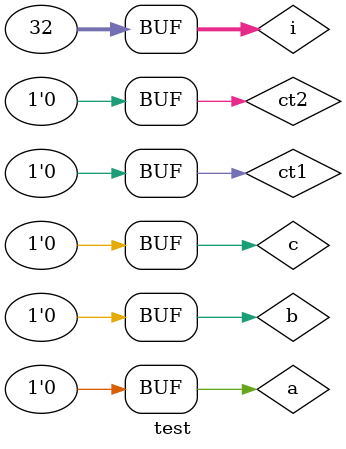
<source format=v>
`timescale 1ns/1ns

module mux2(a, b, c, d);
input a, b, c;
output d;
assign d = c ? b: a;
endmodule

module mux3(a, b, c, ct1, ct2, d);
input a,b,c,ct1,ct2;
output d;
wire o1;
mux2 U1(a,b,ct1,o1);
mux2 U2(o1,c,ct2,d);
endmodule

//mux3的另一種程式寫法
module mux3_1(a, b, c, ct1, ct2, d);
input a,b,c,ct1,ct2;
output d;
assign d = ct2 ? c :
           ct1 ? b : a;
endmodule

module test;
reg a,b,c,ct1,ct2;
wire d, d1;
mux3 U1(a, b, c, ct1, ct2, d);
mux3_1 U2(a, b, c, ct1, ct2, d1);
initial begin
  $dumpfile("vcd/mux3.vcd");
  $dumpvars();
end

integer i;
initial begin
  for(i=0; i<32; i=i+1) begin
    #0 a = i[0]; b = i[1]; c = i[2]; ct1 = i[3]; ct2 = i[4];
    #10 ;
  end
  a = 0; b = 0; c = 0; ct1 = 0; ct2 = 0;
end
endmodule
 

</source>
